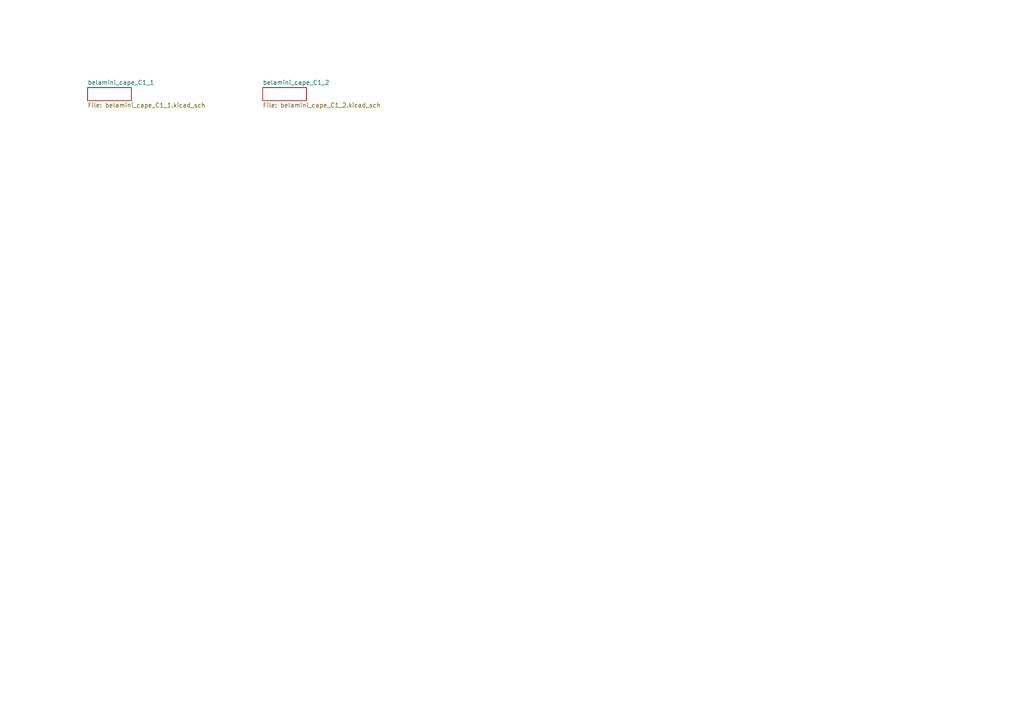
<source format=kicad_sch>
(kicad_sch (version 20211123) (generator eeschema)
  (paper "A4")
  (lib_symbols)
  (sheet (at 25.4 25.4) (size 12.7 3.81)
    (property "Sheet name" "belamini_cape_C1_1" (at 25.4 24.6884 0) (effects (justify left bottom)))
    (property "Sheet file" "belamini_cape_C1_1.kicad_sch" (at 25.4 29.7946 0) (effects (justify left top)))
  )
  (sheet (at 76.2 25.4) (size 12.7 3.81)
    (property "Sheet name" "belamini_cape_C1_2" (at 76.2 24.6884 0) (effects (justify left bottom)))
    (property "Sheet file" "belamini_cape_C1_2.kicad_sch" (at 76.2 29.7946 0) (effects (justify left top)))
  )
)
</source>
